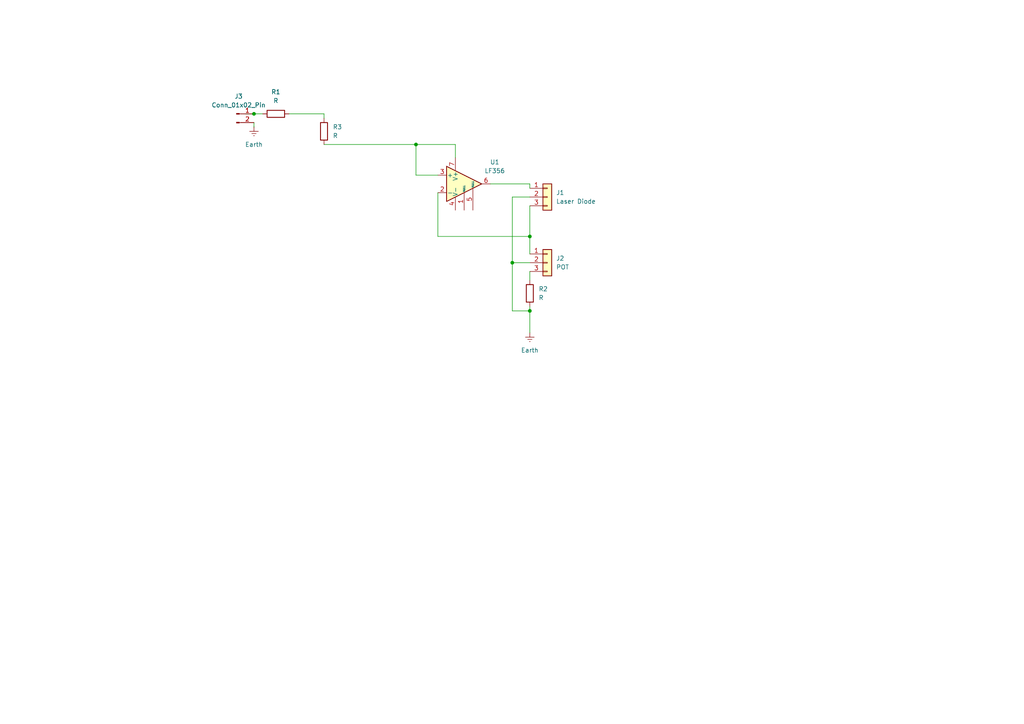
<source format=kicad_sch>
(kicad_sch (version 20231120) (generator "eeschema") (generator_version "8.0")
  (paper "A4")
  (lib_symbols
    (symbol "Amplifier_Operational:LF356" (pin_names (offset 0.127))
      (property "Reference" "U" (at 0 6.35 0))
      (property "Value" "LF356" (at 0 3.81 0))
      (symbol "LF356_0_1"
        (polyline (pts (xy -5.08 5.08) (xy 5.08 0) (xy -5.08 -5.08) (xy -5.08 5.08)) (stroke (width 0.254)) (fill (type background)))
      )
      (symbol "LF356_1_1"
        (pin input line (at 0 -7.62 90) (length 5.08) (name "NULL") (number "1"))
        (pin input line (at -7.62 -2.54 0) (length 2.54) (name "-") (number "2"))
        (pin input line (at -7.62 2.54 0) (length 2.54) (name "+") (number "3"))
        (pin power_in line (at -2.54 -7.62 90) (length 3.81) (name "V-") (number "4"))
        (pin input line (at 2.54 -7.62 90) (length 6.35) (name "NULL") (number "5"))
        (pin output line (at 7.62 0 180) (length 2.54) (name "~") (number "6"))
        (pin power_in line (at -2.54 7.62 270) (length 3.81) (name "V+") (number "7"))
        (pin no_connect line (at 0 2.54 270) (length 2.54) hide (name "NC") (number "8"))
      )
    )
    (symbol "Connector:Conn_01x02_Pin" (pin_names (offset 1.016) hide)
      (property "Reference" "J" (at 0 2.54 0))
      (property "Value" "Conn_01x02_Pin" (at 0 -5.08 0))
      (symbol "Conn_01x02_Pin_1_1"
        (polyline (pts (xy 1.27 -2.54) (xy 0.8636 -2.54)) (stroke (width 0.1524)))
        (polyline (pts (xy 1.27 0) (xy 0.8636 0)) (stroke (width 0.1524)))
        (rectangle (start 0.8636 -2.413) (end 0 -2.667) (stroke (width 0.1524)) (fill (type outline)))
        (rectangle (start 0.8636 0.127) (end 0 -0.127) (stroke (width 0.1524)) (fill (type outline)))
        (pin passive line (at 5.08 0 180) (length 3.81) (name "Pin_1") (number "1"))
        (pin passive line (at 5.08 -2.54 180) (length 3.81) (name "Pin_2") (number "2"))
      )
    )
    (symbol "Connector_Generic:Conn_01x03" (pin_names (offset 1.016) hide)
      (property "Reference" "J" (at 0 5.08 0))
      (property "Value" "Conn_01x03" (at 0 -5.08 0))
      (symbol "Conn_01x03_1_1"
        (rectangle (start -1.27 -2.413) (end 0 -2.667) (stroke (width 0.1524)))
        (rectangle (start -1.27 0.127) (end 0 -0.127) (stroke (width 0.1524)))
        (rectangle (start -1.27 2.667) (end 0 2.413) (stroke (width 0.1524)))
        (rectangle (start -1.27 3.81) (end 1.27 -3.81) (stroke (width 0.254)) (fill (type background)))
        (pin passive line (at -5.08 2.54 0) (length 3.81) (name "Pin_1") (number "1"))
        (pin passive line (at -5.08 0 0) (length 3.81) (name "Pin_2") (number "2"))
        (pin passive line (at -5.08 -2.54 0) (length 3.81) (name "Pin_3") (number "3"))
      )
    )
    (symbol "Device:R" (pin_numbers hide) (pin_names (offset 0))
      (property "Reference" "R" (at 2.032 0 90))
      (property "Value" "R" (at 0 0 90))
      (symbol "R_0_1"
        (rectangle (start -1.016 -2.54) (end 1.016 2.54) (stroke (width 0.254)))
      )
      (symbol "R_1_1"
        (pin passive line (at 0 3.81 270) (length 1.27) (name "~") (number "1"))
        (pin passive line (at 0 -3.81 90) (length 1.27) (name "~") (number "2"))
      )
    )
    (symbol "power:Earth" (power) (pin_numbers hide) (pin_names (offset 0) hide)
      (property "Value" "Earth" (at 0 -3.81 0))
      (symbol "Earth_0_1"
        (polyline (pts (xy -0.635 -1.905) (xy 0.635 -1.905)))
        (polyline (pts (xy -0.127 -2.54) (xy 0.127 -2.54)))
        (polyline (pts (xy 0 -1.27) (xy 0 0)))
        (polyline (pts (xy 1.27 -1.27) (xy -1.27 -1.27)))
      )
      (symbol "Earth_1_1"
        (pin power_in line (at 0 0 270) (length 0) (name "~") (number "1"))
      )
    )
  )
  (junction (at 153.67 68.58))
  (junction (at 148.59 76.2))
  (junction (at 73.66 33.02))
  (junction (at 120.65 41.91))
  (junction (at 153.67 90.17))
  (wire (pts (xy 153.67 78.74) (xy 153.67 81.28)))
  (wire (pts (xy 153.67 88.9) (xy 153.67 90.17)))
  (wire (pts (xy 153.67 57.15) (xy 148.59 57.15)))
  (wire (pts (xy 153.67 90.17) (xy 153.67 96.52)))
  (wire (pts (xy 153.67 59.69) (xy 153.67 68.58)))
  (wire (pts (xy 127 50.8) (xy 120.65 50.8)))
  (wire (pts (xy 120.65 41.91) (xy 132.08 41.91)))
  (wire (pts (xy 148.59 76.2) (xy 153.67 76.2)))
  (wire (pts (xy 93.98 33.02) (xy 93.98 34.29)))
  (wire (pts (xy 120.65 50.8) (xy 120.65 41.91)))
  (wire (pts (xy 93.98 41.91) (xy 120.65 41.91)))
  (wire (pts (xy 73.66 35.56) (xy 73.66 36.83)))
  (wire (pts (xy 132.08 41.91) (xy 132.08 45.72)))
  (wire (pts (xy 153.67 53.34) (xy 153.67 54.61)))
  (wire (pts (xy 153.67 68.58) (xy 153.67 73.66)))
  (wire (pts (xy 127 68.58) (xy 153.67 68.58)))
  (wire (pts (xy 73.66 33.02) (xy 76.2 33.02)))
  (wire (pts (xy 148.59 90.17) (xy 153.67 90.17)))
  (wire (pts (xy 71.12 33.02) (xy 73.66 33.02)))
  (wire (pts (xy 142.24 53.34) (xy 153.67 53.34)))
  (wire (pts (xy 148.59 57.15) (xy 148.59 76.2)))
  (wire (pts (xy 148.59 76.2) (xy 148.59 90.17)))
  (wire (pts (xy 127 55.88) (xy 127 68.58)))
  (wire (pts (xy 83.82 33.02) (xy 93.98 33.02)))
  (symbol (lib_id "Amplifier_Operational:LF356") (at 134.62 53.34 0) (unit 1)
    (property "Reference" "U1" (at 143.51 47.0214 0))
    (property "Value" "LF356" (at 143.51 49.5614 0))
    (property "Footprint" "CONN_3:DIP794W53P254L959H508Q8N" (effects (hide yes)))
    (property "Datasheet" "http://www.ti.com/lit/ds/symlink/lf357.pdf" (effects (hide yes)))
    (property "Description" "Single JFET Input Operational Amplifiers, DIP-8/SOIC-8" (effects (hide yes)))
  )
  (symbol (lib_id "Device:R") (at 80.01 33.02 270) (unit 1)
    (property "Reference" "R1" (at 80.01 26.67 90))
    (property "Value" "R" (at 80.01 29.21 90))
    (property "Footprint" "Resistor_THT:R_Axial_DIN0207_L6.3mm_D2.5mm_P10.16mm_Horizontal" (effects (hide yes)))
    (property "Description" "Resistor" (effects (hide yes)))
  )
  (symbol (lib_id "Device:R") (at 93.98 38.1 0) (unit 1)
    (property "Reference" "R3" (at 96.52 36.8299 0) (effects (justify left)))
    (property "Value" "R" (at 96.52 39.3699 0) (effects (justify left)))
    (property "Footprint" "Resistor_THT:R_Axial_DIN0207_L6.3mm_D2.5mm_P10.16mm_Horizontal" (effects (hide yes)))
    (property "Description" "Resistor" (effects (hide yes)))
  )
  (symbol (lib_id "power:Earth") (at 73.66 36.83 0) (unit 1)
    (property "Reference" "#PWR02" (effects (hide yes)))
    (property "Value" "Earth" (at 73.66 41.91 0))
    (property "Description" "Power symbol creates a global label with name \"Earth\"" (effects (hide yes)))
  )
  (symbol (lib_id "Connector_Generic:Conn_01x03") (at 158.75 76.2 0) (unit 1)
    (property "Reference" "J2" (at 161.29 74.9299 0) (effects (justify left)))
    (property "Value" "POT" (at 161.29 77.4699 0) (effects (justify left)))
    (property "Footprint" "CONN_3:PinHeader_1x03_P2.54mm_Vertical" (effects (hide yes)))
    (property "Description" "Generic connector, single row, 01x03, script generated (kicad-library-utils/schlib/autogen/connector/)" (effects (hide yes)))
  )
  (symbol (lib_id "Connector_Generic:Conn_01x03") (at 158.75 57.15 0) (unit 1)
    (property "Reference" "J1" (at 161.29 55.8799 0) (effects (justify left)))
    (property "Value" "Laser Diode" (at 161.29 58.4199 0) (effects (justify left)))
    (property "Footprint" "CONN_3:PinHeader_1x03_P2.54mm_Vertical" (effects (hide yes)))
    (property "Description" "Generic connector, single row, 01x03, script generated (kicad-library-utils/schlib/autogen/connector/)" (effects (hide yes)))
  )
  (symbol (lib_id "Device:R") (at 153.67 85.09 0) (unit 1)
    (property "Reference" "R2" (at 156.21 83.8199 0) (effects (justify left)))
    (property "Value" "R" (at 156.21 86.3599 0) (effects (justify left)))
    (property "Footprint" "Resistor_THT:R_Axial_DIN0207_L6.3mm_D2.5mm_P10.16mm_Horizontal" (effects (hide yes)))
    (property "Description" "Resistor" (effects (hide yes)))
  )
  (symbol (lib_id "power:Earth") (at 153.67 96.52 0) (unit 1)
    (property "Reference" "#PWR01" (effects (hide yes)))
    (property "Value" "Earth" (at 153.67 101.6 0))
    (property "Description" "Power symbol creates a global label with name \"Earth\"" (effects (hide yes)))
  )
  (symbol (lib_id "Connector:Conn_01x02_Pin") (at 68.58 33.02 0) (unit 1)
    (property "Reference" "J3" (at 69.215 27.94 0))
    (property "Value" "Conn_01x02_Pin" (at 69.215 30.48 0))
    (property "Footprint" "CONN_3:PinHeader_1x02_P2.54mm_Vertical" (effects (hide yes)))
    (property "Description" "Generic connector, single row, 01x02, script generated" (effects (hide yes)))
  )
)
</source>
